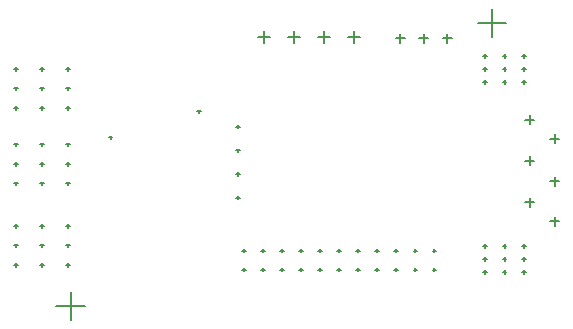
<source format=gbr>
%TF.GenerationSoftware,Altium Limited,Altium Designer,23.6.0 (18)*%
G04 Layer_Color=128*
%FSLAX45Y45*%
%MOMM*%
%TF.SameCoordinates,E8FE7F88-156A-4670-BA50-05D3EA163389*%
%TF.FilePolarity,Positive*%
%TF.FileFunction,Drillmap*%
%TF.Part,Single*%
G01*
G75*
%TA.AperFunction,NonConductor*%
%ADD44C,0.12700*%
D44*
X3541900Y2120000D02*
X3618100D01*
X3580000Y2081900D02*
Y2158100D01*
X3341900Y2120000D02*
X3418100D01*
X3380000Y2081900D02*
Y2158100D01*
X3741900Y2120000D02*
X3818100D01*
X3780000Y2081900D02*
Y2158100D01*
X4651900Y570000D02*
X4728100D01*
X4690000Y531900D02*
Y608100D01*
X4441900Y730000D02*
X4518100D01*
X4480000Y691900D02*
Y768100D01*
X4441900Y1430000D02*
X4518100D01*
X4480000Y1391900D02*
Y1468100D01*
X4441900Y1080000D02*
X4518100D01*
X4480000Y1041900D02*
Y1118100D01*
X4651900Y910000D02*
X4728100D01*
X4690000Y871900D02*
Y948100D01*
X4651900Y1270000D02*
X4728100D01*
X4690000Y1231900D02*
Y1308100D01*
X2178000Y2130000D02*
X2278000D01*
X2228000Y2080000D02*
Y2180000D01*
X2432000Y2130000D02*
X2532000D01*
X2482000Y2080000D02*
Y2180000D01*
X2686000Y2130000D02*
X2786000D01*
X2736000Y2080000D02*
Y2180000D01*
X2940000Y2130000D02*
X3040000D01*
X2990000Y2080000D02*
Y2180000D01*
X470000Y-150000D02*
X710000D01*
X590000Y-270000D02*
Y-30000D01*
X4040000Y2250000D02*
X4280000D01*
X4160000Y2130000D02*
Y2370000D01*
X3172002Y320000D02*
X3202002D01*
X3187002Y305000D02*
Y335000D01*
X3171996Y160000D02*
X3201996D01*
X3186996Y145000D02*
Y175000D01*
X3332995Y160000D02*
X3362995D01*
X3347995Y145000D02*
Y175000D01*
X3333001Y320000D02*
X3363001D01*
X3348001Y305000D02*
Y335000D01*
X3493995Y160000D02*
X3523995D01*
X3508995Y145000D02*
Y175000D01*
X3494001Y320000D02*
X3524001D01*
X3509001Y305000D02*
Y335000D01*
X3654994Y160000D02*
X3684994D01*
X3669994Y145000D02*
Y175000D01*
X3655000Y320000D02*
X3685000D01*
X3670000Y305000D02*
Y335000D01*
X2045006Y320000D02*
X2075006D01*
X2060006Y305000D02*
Y335000D01*
X2045000Y160000D02*
X2075000D01*
X2060000Y145000D02*
Y175000D01*
X2205999Y160000D02*
X2235999D01*
X2220999Y145000D02*
Y175000D01*
X2206005Y320000D02*
X2236005D01*
X2221005Y305000D02*
Y335000D01*
X2366999Y160000D02*
X2396999D01*
X2381999Y145000D02*
Y175000D01*
X2367005Y320000D02*
X2397005D01*
X2382005Y305000D02*
Y335000D01*
X3011002Y320000D02*
X3041002D01*
X3026002Y305000D02*
Y335000D01*
X3010997Y160000D02*
X3040996D01*
X3025996Y145000D02*
Y175000D01*
X2850003Y320000D02*
X2880003D01*
X2865003Y305000D02*
Y335000D01*
X2849997Y160000D02*
X2879997D01*
X2864997Y145000D02*
Y175000D01*
X2689004Y320000D02*
X2719003D01*
X2704003Y305000D02*
Y335000D01*
X2688998Y160000D02*
X2718998D01*
X2703998Y145000D02*
Y175000D01*
X2527998Y160000D02*
X2557998D01*
X2542998Y145000D02*
Y175000D01*
X2528004Y320000D02*
X2558004D01*
X2543004Y305000D02*
Y335000D01*
X1995000Y1370000D02*
X2025000D01*
X2010000Y1355000D02*
Y1385000D01*
X1995000Y1170000D02*
X2025000D01*
X2010000Y1155000D02*
Y1185000D01*
X1995000Y970000D02*
X2025000D01*
X2010000Y955000D02*
Y985000D01*
X1995000Y770000D02*
X2025000D01*
X2010000Y755000D02*
Y785000D01*
X1665000Y1500000D02*
X1695000D01*
X1680000Y1485000D02*
Y1515000D01*
X915000Y1280000D02*
X945000D01*
X930000Y1265000D02*
Y1295000D01*
X115000Y890000D02*
X145000D01*
X130000Y875000D02*
Y905000D01*
X115000Y1220000D02*
X145000D01*
X130000Y1205000D02*
Y1235000D01*
X115000Y1055000D02*
X145000D01*
X130000Y1040000D02*
Y1070000D01*
X115000Y1530000D02*
X145000D01*
X130000Y1515000D02*
Y1545000D01*
X115000Y1860000D02*
X145000D01*
X130000Y1845000D02*
Y1875000D01*
X115000Y1695000D02*
X145000D01*
X130000Y1680000D02*
Y1710000D01*
X335000Y200000D02*
X365000D01*
X350000Y185000D02*
Y215000D01*
X335000Y530000D02*
X365000D01*
X350000Y515000D02*
Y545000D01*
X335000Y365000D02*
X365000D01*
X350000Y350000D02*
Y380000D01*
X335000Y1055000D02*
X365000D01*
X350000Y1040000D02*
Y1070000D01*
X335000Y1220000D02*
X365000D01*
X350000Y1205000D02*
Y1235000D01*
X335000Y890000D02*
X365000D01*
X350000Y875000D02*
Y905000D01*
X335000Y1530000D02*
X365000D01*
X350000Y1515000D02*
Y1545000D01*
X335000Y1860000D02*
X365000D01*
X350000Y1845000D02*
Y1875000D01*
X335000Y1695000D02*
X365000D01*
X350000Y1680000D02*
Y1710000D01*
X554999Y365000D02*
X584999D01*
X569999Y350000D02*
Y380000D01*
X554999Y530000D02*
X584999D01*
X569999Y515000D02*
Y545000D01*
X554999Y200000D02*
X584999D01*
X569999Y185000D02*
Y215000D01*
X554999Y1055000D02*
X584999D01*
X569999Y1040000D02*
Y1070000D01*
X554999Y1220000D02*
X584999D01*
X569999Y1205000D02*
Y1235000D01*
X554999Y890000D02*
X584999D01*
X569999Y875000D02*
Y905000D01*
X554999Y1530000D02*
X584999D01*
X569999Y1515000D02*
Y1545000D01*
X554999Y1860000D02*
X584999D01*
X569999Y1845000D02*
Y1875000D01*
X554999Y1695000D02*
X584999D01*
X569999Y1680000D02*
Y1710000D01*
X115000Y530000D02*
X145000D01*
X130000Y515000D02*
Y545000D01*
X115000Y365000D02*
X145000D01*
X130000Y350000D02*
Y380000D01*
X115000Y200000D02*
X145000D01*
X130000Y185000D02*
Y215000D01*
X4414999Y360000D02*
X4444999D01*
X4429999Y345000D02*
Y375000D01*
X4414999Y250000D02*
X4444999D01*
X4429999Y235000D02*
Y265000D01*
X4414999Y140000D02*
X4444999D01*
X4429999Y125000D02*
Y155000D01*
X4250000Y360000D02*
X4280000D01*
X4265000Y345000D02*
Y375000D01*
X4250000Y250000D02*
X4280000D01*
X4265000Y235000D02*
Y265000D01*
X4250000Y140000D02*
X4280000D01*
X4265000Y125000D02*
Y155000D01*
X4085000Y140000D02*
X4115000D01*
X4100000Y125000D02*
Y155000D01*
X4085000Y250000D02*
X4115000D01*
X4100000Y235000D02*
Y265000D01*
X4085000Y360000D02*
X4115000D01*
X4100000Y345000D02*
Y375000D01*
X4085000Y1970000D02*
X4115000D01*
X4100000Y1955000D02*
Y1985000D01*
X4085000Y1860000D02*
X4115000D01*
X4100000Y1845000D02*
Y1875000D01*
X4085000Y1750000D02*
X4115000D01*
X4100000Y1735000D02*
Y1765000D01*
X4250000Y1750000D02*
X4280000D01*
X4265000Y1735000D02*
Y1765000D01*
X4250000Y1860000D02*
X4280000D01*
X4265000Y1845000D02*
Y1875000D01*
X4250000Y1970000D02*
X4280000D01*
X4265000Y1955000D02*
Y1985000D01*
X4414999Y1750000D02*
X4444999D01*
X4429999Y1735000D02*
Y1765000D01*
X4414999Y1860000D02*
X4444999D01*
X4429999Y1845000D02*
Y1875000D01*
X4414999Y1970000D02*
X4444999D01*
X4429999Y1955000D02*
Y1985000D01*
%TF.MD5,61d376dbb2d96e6145b377d92b28ec68*%
M02*

</source>
